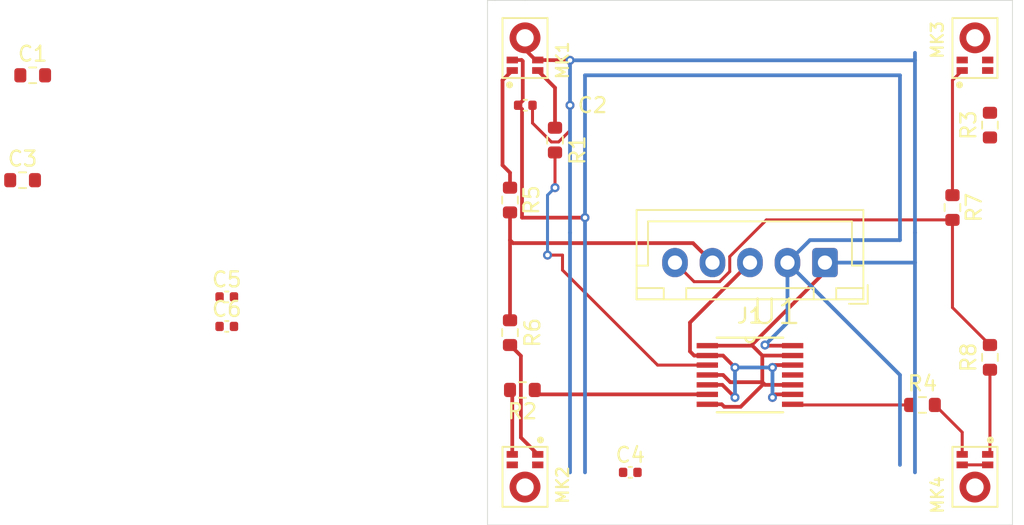
<source format=kicad_pcb>
(kicad_pcb (version 20240108) (generator "pcbnew") (generator_version "8.0")
  (layers (0 "F.Cu" signal) (31 "B.Cu" signal) (34 "B.Paste" user) (35 "F.Paste" user) (36 "B.SilkS" user "B.Silkscreen") (37 "F.SilkS" user "F.Silkscreen") (38 "B.Mask" user) (39 "F.Mask" user) (44 "Edge.Cuts" user))
  (net 0 "")
  (net 1 "Net-(J1-Pin_2)")
  (net 2 "Net-(J1-Pin_1)")
  (net 3 "Net-(J1-Pin_3)")
  (net 4 "Net-(J1-Pin_4)")
  (net 5 "Net-(J1-Pin_5)")
  (net 6 "Net-(MK1-CLK)")
  (net 7 "Net-(MK1-DATA)")
  (net 8 "Net-(MK2-DATA)")
  (net 9 "Net-(MK2-CLK)")
  (net 10 "Net-(MK3-CLK)")
  (net 11 "Net-(MK3-DATA)")
  (net 12 "Net-(MK4-DATA)")
  (net 13 "Net-(MK4-CLK)")
  (net 14 "Net-(U1-O0)")
  (net 15 "Net-(U1-O1)")
  (net 16 "Net-(U1-O2)")
  (net 17 "Net-(U1-O3)")
  (footprint "Resistor_SMD:R_0603_1608Metric" (layer "F.Cu") (at 178.5 61.325 -90)
    (property "Reference" "R7" (at 0 -1.43 90) (layer "F.SilkS"))
    (property "Value" "100 ohms" (hide yes))
    (fp_line (start -0.237258 0.5225) (end 0.237258 0.5225) (stroke (width 0.12)) (layer "F.SilkS"))
    (fp_line (start -0.237258 -0.5225) (end 0.237258 -0.5225) (stroke (width 0.12)) (layer "F.SilkS"))
    (pad "1" smd roundrect (at -0.825 0 270) (size 0.8 0.95) (layers "F.Cu" "F.Paste" "F.Mask") (net 11 "Net-(MK3-DATA)"))
    (pad "2" smd roundrect (at 0.825 0 270) (size 0.8 0.95) (layers "F.Cu" "F.Paste" "F.Mask") (net 5 "Net-(J1-Pin_5)"))
  )
  (footprint "Resistor_SMD:R_0603_1608Metric" (layer "F.Cu") (at 149 60.825 -90)
    (property "Reference" "R5" (at 0 -1.43 90) (layer "F.SilkS"))
    (property "Value" "100 ohms" (hide yes))
    (fp_line (start -0.237258 0.5225) (end 0.237258 0.5225) (stroke (width 0.12)) (layer "F.SilkS"))
    (fp_line (start -0.237258 -0.5225) (end 0.237258 -0.5225) (stroke (width 0.12)) (layer "F.SilkS"))
    (pad "1" smd roundrect (at -0.825 0 270) (size 0.8 0.95) (layers "F.Cu" "F.Paste" "F.Mask") (net 7 "Net-(MK1-DATA)"))
    (pad "2" smd roundrect (at 0.825 0 270) (size 0.8 0.95) (layers "F.Cu" "F.Paste" "F.Mask") (net 4 "Net-(J1-Pin_4)"))
  )
  (footprint "Connector_JST:JST_XH_B5B-XH-A_1x05_P2.50mm_Vertical" (layer "F.Cu") (at 170 65 180)
    (property "Reference" "J1" (at 5 -3.55 0) (layer "F.SilkS"))
    (property "Value" "Conn_01x05_Pin")
    (fp_line (start 12.56 3.51) (end 12.56 -2.46) (stroke (width 0.12)) (layer "F.SilkS"))
    (fp_line (start 12.56 -2.46) (end -2.56 -2.46) (stroke (width 0.12)) (layer "F.SilkS"))
    (fp_line (start 12.55 -0.2) (end 11.8 -0.2) (stroke (width 0.12)) (layer "F.SilkS"))
    (fp_line (start 12.55 -1.7) (end 12.55 -2.45) (stroke (width 0.12)) (layer "F.SilkS"))
    (fp_line (start 12.55 -2.45) (end 10.75 -2.45) (stroke (width 0.12)) (layer "F.SilkS"))
    (fp_line (start 11.8 2.75) (end 5 2.75) (stroke (width 0.12)) (layer "F.SilkS"))
    (fp_line (start 11.8 -0.2) (end 11.8 2.75) (stroke (width 0.12)) (layer "F.SilkS"))
    (fp_line (start 10.75 -1.7) (end 12.55 -1.7) (stroke (width 0.12)) (layer "F.SilkS"))
    (fp_line (start 10.75 -2.45) (end 10.75 -1.7) (stroke (width 0.12)) (layer "F.SilkS"))
    (fp_line (start 9.25 -1.7) (end 9.25 -2.45) (stroke (width 0.12)) (layer "F.SilkS"))
    (fp_line (start 9.25 -2.45) (end 0.75 -2.45) (stroke (width 0.12)) (layer "F.SilkS"))
    (fp_line (start 0.75 -1.7) (end 9.25 -1.7) (stroke (width 0.12)) (layer "F.SilkS"))
    (fp_line (start 0.75 -2.45) (end 0.75 -1.7) (stroke (width 0.12)) (layer "F.SilkS"))
    (fp_line (start -0.75 -1.7) (end -0.75 -2.45) (stroke (width 0.12)) (layer "F.SilkS"))
    (fp_line (start -0.75 -2.45) (end -2.55 -2.45) (stroke (width 0.12)) (layer "F.SilkS"))
    (fp_line (start -1.6 -2.75) (end -2.85 -2.75) (stroke (width 0.12)) (layer "F.SilkS"))
    (fp_line (start -1.8 2.75) (end 5 2.75) (stroke (width 0.12)) (layer "F.SilkS"))
    (fp_line (start -1.8 -0.2) (end -1.8 2.75) (stroke (width 0.12)) (layer "F.SilkS"))
    (fp_line (start -2.55 -0.2) (end -1.8 -0.2) (stroke (width 0.12)) (layer "F.SilkS"))
    (fp_line (start -2.55 -1.7) (end -0.75 -1.7) (stroke (width 0.12)) (layer "F.SilkS"))
    (fp_line (start -2.55 -2.45) (end -2.55 -1.7) (stroke (width 0.12)) (layer "F.SilkS"))
    (fp_line (start -2.56 3.51) (end 12.56 3.51) (stroke (width 0.12)) (layer "F.SilkS"))
    (fp_line (start -2.56 -2.46) (end -2.56 3.51) (stroke (width 0.12)) (layer "F.SilkS"))
    (fp_line (start -2.85 -2.75) (end -2.85 -1.5) (stroke (width 0.12)) (layer "F.SilkS"))
    (pad "1" thru_hole roundrect (at 0 0 180) (size 1.7 1.95) (drill 0.95) (layers "*.Cu" "*.Mask") (roundrect_rratio 0.147059) (net 2 "Net-(J1-Pin_1)"))
    (pad "2" thru_hole oval (at 2.5 0 180) (size 1.7 1.95) (drill 0.95) (layers "*.Cu" "*.Mask") (net 1 "Net-(J1-Pin_2)"))
    (pad "3" thru_hole oval (at 5 0 180) (size 1.7 1.95) (drill 0.95) (layers "*.Cu" "*.Mask") (net 3 "Net-(J1-Pin_3)"))
    (pad "4" thru_hole oval (at 7.5 0 180) (size 1.7 1.95) (drill 0.95) (layers "*.Cu" "*.Mask") (net 4 "Net-(J1-Pin_4)"))
    (pad "5" thru_hole oval (at 10 0 180) (size 1.7 1.95) (drill 0.95) (layers "*.Cu" "*.Mask") (net 5 "Net-(J1-Pin_5)"))
  )
  (footprint "Resistor_SMD:R_0603_1608Metric" (layer "F.Cu") (at 181 55.825 90)
    (property "Reference" "R3" (at 0 -1.43 90) (layer "F.SilkS"))
    (property "Value" "33 ohms")
    (fp_line (start -0.237258 -0.5225) (end 0.237258 -0.5225) (stroke (width 0.12)) (layer "F.SilkS"))
    (fp_line (start -0.237258 0.5225) (end 0.237258 0.5225) (stroke (width 0.12)) (layer "F.SilkS"))
    (pad "1" smd roundrect (at -0.825 0 90) (size 0.8 0.95) (layers "F.Cu" "F.Paste" "F.Mask") (net 16 "Net-(U1-O2)"))
    (pad "2" smd roundrect (at 0.825 0 90) (size 0.8 0.95) (layers "F.Cu" "F.Paste" "F.Mask") (net 10 "Net-(MK3-CLK)"))
  )
  (footprint "Resistor_SMD:R_0603_1608Metric" (layer "F.Cu") (at 181 71.325 90)
    (property "Reference" "R8" (at 0 -1.43 90) (layer "F.SilkS"))
    (property "Value" "100 ohms" (hide yes))
    (fp_line (start -0.237258 -0.5225) (end 0.237258 -0.5225) (stroke (width 0.12)) (layer "F.SilkS"))
    (fp_line (start -0.237258 0.5225) (end 0.237258 0.5225) (stroke (width 0.12)) (layer "F.SilkS"))
    (pad "1" smd roundrect (at -0.825 0 90) (size 0.8 0.95) (layers "F.Cu" "F.Paste" "F.Mask") (net 12 "Net-(MK4-DATA)"))
    (pad "2" smd roundrect (at 0.825 0 90) (size 0.8 0.95) (layers "F.Cu" "F.Paste" "F.Mask") (net 5 "Net-(J1-Pin_5)"))
  )
  (footprint "Resistor_SMD:R_0603_1608Metric" (layer "F.Cu") (at 152 56.825 90)
    (property "Reference" "R1" (at -0.675 1.5 90) (layer "F.SilkS"))
    (property "Value" "33 ohms" (hide yes))
    (fp_line (start -0.237258 -0.5225) (end 0.237258 -0.5225) (stroke (width 0.12)) (layer "F.SilkS"))
    (fp_line (start -0.237258 0.5225) (end 0.237258 0.5225) (stroke (width 0.12)) (layer "F.SilkS"))
    (pad "1" smd roundrect (at -0.825 0 90) (size 0.8 0.95) (layers "F.Cu" "F.Paste" "F.Mask") (net 14 "Net-(U1-O0)"))
    (pad "2" smd roundrect (at 0.825 0 90) (size 0.8 0.95) (layers "F.Cu" "F.Paste" "F.Mask") (net 6 "Net-(MK1-CLK)"))
  )
  (footprint "Capacitor_SMD:C_0402_1005Metric" (layer "F.Cu") (at 150.02 54.5)
    (property "Reference" "C2" (at 4.48 0 0) (layer "F.SilkS"))
    (property "Value" "100nF" (hide yes))
    (fp_line (start -0.107836 -0.36) (end 0.107836 -0.36) (stroke (width 0.12)) (layer "F.SilkS"))
    (fp_line (start -0.107836 0.36) (end 0.107836 0.36) (stroke (width 0.12)) (layer "F.SilkS"))
    (pad "1" smd roundrect (at -0.48 0) (size 0.56 0.62) (layers "F.Cu" "F.Paste" "F.Mask") (net 1 "Net-(J1-Pin_2)"))
    (pad "2" smd roundrect (at 0.48 0) (size 0.56 0.62) (layers "F.Cu" "F.Paste" "F.Mask") (net 2 "Net-(J1-Pin_1)"))
  )
  (footprint "Resistor_SMD:R_0603_1608Metric" (layer "F.Cu") (at 116.5 59.5)
    (property "Reference" "C3" (at 0 -1.43 0) (layer "F.SilkS"))
    (property "Value" "1uF")
    (fp_line (start -0.237258 -0.5225) (end 0.237258 -0.5225) (stroke (width 0.12)) (layer "F.SilkS"))
    (fp_line (start -0.237258 0.5225) (end 0.237258 0.5225) (stroke (width 0.12)) (layer "F.SilkS"))
    (pad "1" smd roundrect (at -0.825 0) (size 0.8 0.95) (layers "F.Cu" "F.Paste" "F.Mask") (net 1 "Net-(J1-Pin_2)"))
    (pad "2" smd roundrect (at 0.825 0) (size 0.8 0.95) (layers "F.Cu" "F.Paste" "F.Mask") (net 2 "Net-(J1-Pin_1)"))
  )
  (footprint "IM69D120V01XTSA1:XDCR_IM69D120V01XTSA1" (layer "F.Cu") (at 180 79.3 -90)
    (property "Reference" "MK4" (at 1.2 2.5 90) (layer "F.SilkS") (effects (font (size 0.8 0.8))))
    (property "Value" "IM69D120V01XTSA1" (hide yes))
    (fp_line (start -2 1.5) (end 2 1.5) (stroke (width 0.127)) (layer "F.SilkS"))
    (fp_line (start 2 1.5) (end 2 -1.5) (stroke (width 0.127)) (layer "F.SilkS"))
    (fp_line (start -2 -1.5) (end -2 1.5) (stroke (width 0.127)) (layer "F.SilkS"))
    (fp_line (start -2 -1.5) (end 2 -1.5) (stroke (width 0.127)) (layer "F.SilkS"))
    (fp_circle (center -2.46 -1.03) (end -2.33 -1.03) (stroke (width 0.2)) (fill none) (layer "F.SilkS"))
    (pad "" np_thru_hole circle (at 0.68 0 270) (size 0.8 0.8) (drill 0.8) (layers "*.Cu" "*.Mask"))
    (pad "1" smd rect (at -1.5 -0.85 270) (size 0.45 0.75) (layers "F.Cu" "F.Mask") (net 12 "Net-(MK4-DATA)"))
    (pad "2" smd rect (at -0.8 -0.85 270) (size 0.45 0.75) (layers "F.Cu" "F.Mask") (net 1 "Net-(J1-Pin_2)"))
    (pad "3" smd rect (at -1.5 0.85 270) (size 0.45 0.75) (layers "F.Cu" "F.Mask") (net 13 "Net-(MK4-CLK)"))
    (pad "4" smd rect (at -0.8 0.85 270) (size 0.45 0.75) (layers "F.Cu" "F.Mask") (net 1 "Net-(J1-Pin_2)"))
    (pad "5" smd custom (at -0.1 0 270) (size 0.2 0.2) (layers "F.Cu") (net 2 "Net-(J1-Pin_1)") (options (clearance outline) (anchor rect)) (primitives (gr_poly (pts (xy 0.7795 -1.03) (xy 0.726 -1.029) (xy 0.672 -1.024) (xy 0.619 -1.017) (xy 0.566 -1.007) (xy 0.513 -0.995) (xy 0.462 -0.98) (xy 0.411 -0.962) (xy 0.361 -0.941) (xy 0.312 -0.918) (xy 0.265 -0.892) (xy 0.219 -0.864) (xy 0.174 -0.833) (xy 0.132 -0.801) (xy 0.091 -0.766) (xy 0.052 -0.728) (xy 0.014 -0.689) (xy -0.021 -0.648) (xy -0.053 -0.606) (xy -0.084 -0.561) (xy -0.112 -0.515) (xy -0.138 -0.468) (xy -0.161 -0.419) (xy -0.182 -0.369) (xy -0.2 -0.318) (xy -0.215 -0.267) (xy -0.227 -0.214) (xy -0.237 -0.161) (xy -0.244 -0.108) (xy -0.249 -0.054) (xy -0.25 0) (xy -0.249 0.054) (xy -0.244 0.108) (xy -0.237 0.161) (xy -0.227 0.214) (xy -0.215 0.267) (xy -0.2 0.318) (xy -0.182 0.369) (xy -0.161 0.419) (xy -0.138 0.468) (xy -0.112 0.515) (xy -0.084 0.561) (xy -0.053 0.605) (xy -0.02 0.648) (xy 0.015 0.689) (xy 0.052 0.728) (xy 0.091 0.765) (xy 0.132 0.8) (xy 0.175 0.833) (xy 0.219 0.864) (xy 0.265 0.892) (xy 0.312 0.918) (xy 0.361 0.941) (xy 0.411 0.962) (xy 0.462 0.98) (xy 0.513 0.995) (xy 0.566 1.007) (xy 0.619 1.017) (xy 0.672 1.024) (xy 0.726 1.029) (xy 0.78 1.03) (xy 0.834 1.029) (xy 0.888 1.024) (xy 0.941 1.017) (xy 0.994 1.007) (xy 1.047 0.995) (xy 1.098 0.98) (xy 1.149 0.962) (xy 1.199 0.941) (xy 1.248 0.918) (xy 1.295 0.892) (xy 1.341 0.864) (xy 1.385 0.833) (xy 1.428 0.8) (xy 1.469 0.765) (xy 1.508 0.728) (xy 1.545 0.689) (xy 1.58 0.648) (xy 1.613 0.605) (xy 1.644 0.561) (xy 1.672 0.515) (xy 1.698 0.468) (xy 1.721 0.419) (xy 1.742 0.369) (xy 1.76 0.318) (xy 1.775 0.267) (xy 1.787 0.214) (xy 1.797 0.161) (xy 1.804 0.108) (xy 1.809 0.054) (xy 1.81 0) (xy 1.809 -0.049) (xy 1.804 -0.103) (xy 1.797 -0.157) (xy 1.787 -0.21) (xy 1.775 -0.263) (xy 1.759 -0.315) (xy 1.741 -0.366) (xy 1.721 -0.416) (xy 1.697 -0.465) (xy 1.671 -0.513) (xy 1.643 -0.559) (xy 1.612 -0.603) (xy 1.579 -0.646) (xy 1.544 -0.688) (xy 1.507 -0.727) (xy 1.468 -0.764) (xy 1.426 -0.799) (xy 1.383 -0.832) (xy 1.339 -0.863) (xy 1.293 -0.891) (xy 1.245 -0.917) (xy 1.196 -0.941) (xy 1.146 -0.961) (xy 1.095 -0.979) (xy 1.043 -0.995) (xy 0.99 -1.007) (xy 0.937 -1.017) (xy 0.883 -1.024) (xy 0.829 -1.029) (xy 0.78 -1.03) (xy 0.78 -0.58) (xy 0.815 -0.579) (xy 0.845 -0.577) (xy 0.875 -0.573) (xy 0.905 -0.567) (xy 0.934 -0.56) (xy 0.963 -0.552) (xy 0.991 -0.542) (xy 1.019 -0.53) (xy 1.046 -0.517) (xy 1.073 -0.503) (xy 1.098 -0.487) (xy 1.123 -0.47) (xy 1.147 -0.452) (xy 1.17 -0.432) (xy 1.192 -0.412) (xy 1.212 -0.39) (xy 1.232 -0.367) (xy 1.25 -0.343) (xy 1.267 -0.318) (xy 1.283 -0.293) (xy 1.297 -0.266) (xy 1.31 -0.239) (xy 1.322 -0.211) (xy 1.332 -0.183) (xy 1.34 -0.154) (xy 1.347 -0.125) (xy 1.353 -0.095) (xy 1.357 -0.065) (xy 1.359 -0.035) (xy 1.36 -0.01) (xy 1.36 0) (xy 1.359 0.03) (xy 1.357 0.061) (xy 1.353 0.091) (xy 1.347 0.121) (xy 1.34 0.15) (xy 1.332 0.179) (xy 1.321 0.208) (xy 1.31 0.236) (xy 1.297 0.263) (xy 1.282 0.29) (xy 1.266 0.316) (xy 1.249 0.341) (xy 1.231 0.365) (xy 1.211 0.388) (xy 1.19 0.41) (xy 1.168 0.431) (xy 1.145 0.451) (xy 1.121 0.469) (xy 1.096 0.486) (xy 1.07 0.502) (xy 1.043 0.517) (xy 1.016 0.53) (xy 0.988 0.541) (xy 0.959 0.552) (xy 0.93 0.56) (xy 0.901 0.567) (xy 0.871 0.573) (xy 0.841 0.577) (xy 0.81 0.579) (xy 0.78 0.58) (xy 0.75 0.579) (xy 0.719 0.577) (xy 0.689 0.573) (xy 0.659 0.567) (xy 0.63 0.56) (xy 0.601 0.552) (xy 0.572 0.541) (xy 0.544 0.53) (xy 0.517 0.517) (xy 0.49 0.502) (xy 0.464 0.486) (xy 0.439 0.469) (xy 0.415 0.451) (xy 0.392 0.431) (xy 0.37 0.41) (xy 0.349 0.388) (xy 0.329 0.365) (xy 0.311 0.341) (xy 0.294 0.316) (xy 0.278 0.29) (xy 0.263 0.263) (xy 0.25 0.236) (xy 0.239 0.208) (xy 0.228 0.179) (xy 0.22 0.15) (xy 0.213 0.121) (xy 0.207 0.091) (xy 0.203 0.061) (xy 0.201 0.03) (xy 0.2 0) (xy 0.201 -0.031) (xy 0.203 -0.061) (xy 0.207 -0.091) (xy 0.213 -0.121) (xy 0.22 -0.15) (xy 0.228 -0.179) (xy 0.239 -0.208) (xy 0.25 -0.236) (xy 0.263 -0.263) (xy 0.278 -0.29) (xy 0.294 -0.316) (xy 0.311 -0.341) (xy 0.329 -0.365) (xy 0.349 -0.388) (xy 0.37 -0.41) (xy 0.392 -0.431) (xy 0.415 -0.451) (xy 0.439 -0.469) (xy 0.464 -0.486) (xy 0.49 -0.502) (xy 0.517 -0.517) (xy 0.544 -0.53) (xy 0.572 -0.541) (xy 0.601 -0.552) (xy 0.63 -0.56) (xy 0.659 -0.567) (xy 0.689 -0.573) (xy 0.719 -0.577) (xy 0.749 -0.579) (xy 0.779 -0.58) (xy 0.779 -1.03) (xy 0.7795 -1.03)) (width 0.001) (fill yes))))
  )
  (footprint "Capacitor_SMD:C_0402_1005Metric" (layer "F.Cu") (at 130.115 69.26)
    (property "Reference" "C6" (at 0 -1.16 0) (layer "F.SilkS"))
    (property "Value" "100nF")
    (fp_line (start -0.107836 -0.36) (end 0.107836 -0.36) (stroke (width 0.12)) (layer "F.SilkS"))
    (fp_line (start -0.107836 0.36) (end 0.107836 0.36) (stroke (width 0.12)) (layer "F.SilkS"))
    (pad "1" smd roundrect (at -0.48 0) (size 0.56 0.62) (layers "F.Cu" "F.Paste" "F.Mask") (net 1 "Net-(J1-Pin_2)"))
    (pad "2" smd roundrect (at 0.48 0) (size 0.56 0.62) (layers "F.Cu" "F.Paste" "F.Mask") (net 2 "Net-(J1-Pin_1)"))
  )
  (footprint "IM69D120V01XTSA1:XDCR_IM69D120V01XTSA1" (layer "F.Cu") (at 150 79.3 -90)
    (property "Reference" "MK2" (at 0.54 -2.508 90) (layer "F.SilkS") (effects (font (size 0.8 0.8))))
    (property "Value" "IM69D120V01XTSA1" (hide yes))
    (fp_line (start -2 1.5) (end 2 1.5) (stroke (width 0.127)) (layer "F.SilkS"))
    (fp_line (start 2 1.5) (end 2 -1.5) (stroke (width 0.127)) (layer "F.SilkS"))
    (fp_line (start -2 -1.5) (end -2 1.5) (stroke (width 0.127)) (layer "F.SilkS"))
    (fp_line (start -2 -1.5) (end 2 -1.5) (stroke (width 0.127)) (layer "F.SilkS"))
    (fp_circle (center -2.46 -1.03) (end -2.33 -1.03) (stroke (width 0.2)) (fill none) (layer "F.SilkS"))
    (pad "" np_thru_hole circle (at 0.68 0 270) (size 0.8 0.8) (drill 0.8) (layers "*.Cu" "*.Mask"))
    (pad "1" smd rect (at -1.5 -0.85 270) (size 0.45 0.75) (layers "F.Cu" "F.Mask") (net 8 "Net-(MK2-DATA)"))
    (pad "2" smd rect (at -0.8 -0.85 270) (size 0.45 0.75) (layers "F.Cu" "F.Mask") (net 1 "Net-(J1-Pin_2)"))
    (pad "3" smd rect (at -1.5 0.85 270) (size 0.45 0.75) (layers "F.Cu" "F.Mask") (net 9 "Net-(MK2-CLK)"))
    (pad "4" smd rect (at -0.8 0.85 270) (size 0.45 0.75) (layers "F.Cu" "F.Mask") (net 1 "Net-(J1-Pin_2)"))
    (pad "5" smd custom (at -0.1 0 270) (size 0.2 0.2) (layers "F.Cu") (net 2 "Net-(J1-Pin_1)") (options (clearance outline) (anchor rect)) (primitives (gr_poly (pts (xy 0.7795 -1.03) (xy 0.726 -1.029) (xy 0.672 -1.024) (xy 0.619 -1.017) (xy 0.566 -1.007) (xy 0.513 -0.995) (xy 0.462 -0.98) (xy 0.411 -0.962) (xy 0.361 -0.941) (xy 0.312 -0.918) (xy 0.265 -0.892) (xy 0.219 -0.864) (xy 0.174 -0.833) (xy 0.132 -0.801) (xy 0.091 -0.766) (xy 0.052 -0.728) (xy 0.014 -0.689) (xy -0.021 -0.648) (xy -0.053 -0.606) (xy -0.084 -0.561) (xy -0.112 -0.515) (xy -0.138 -0.468) (xy -0.161 -0.419) (xy -0.182 -0.369) (xy -0.2 -0.318) (xy -0.215 -0.267) (xy -0.227 -0.214) (xy -0.237 -0.161) (xy -0.244 -0.108) (xy -0.249 -0.054) (xy -0.25 0) (xy -0.249 0.054) (xy -0.244 0.108) (xy -0.237 0.161) (xy -0.227 0.214) (xy -0.215 0.267) (xy -0.2 0.318) (xy -0.182 0.369) (xy -0.161 0.419) (xy -0.138 0.468) (xy -0.112 0.515) (xy -0.084 0.561) (xy -0.053 0.605) (xy -0.02 0.648) (xy 0.015 0.689) (xy 0.052 0.728) (xy 0.091 0.765) (xy 0.132 0.8) (xy 0.175 0.833) (xy 0.219 0.864) (xy 0.265 0.892) (xy 0.312 0.918) (xy 0.361 0.941) (xy 0.411 0.962) (xy 0.462 0.98) (xy 0.513 0.995) (xy 0.566 1.007) (xy 0.619 1.017) (xy 0.672 1.024) (xy 0.726 1.029) (xy 0.78 1.03) (xy 0.834 1.029) (xy 0.888 1.024) (xy 0.941 1.017) (xy 0.994 1.007) (xy 1.047 0.995) (xy 1.098 0.98) (xy 1.149 0.962) (xy 1.199 0.941) (xy 1.248 0.918) (xy 1.295 0.892) (xy 1.341 0.864) (xy 1.385 0.833) (xy 1.428 0.8) (xy 1.469 0.765) (xy 1.508 0.728) (xy 1.545 0.689) (xy 1.58 0.648) (xy 1.613 0.605) (xy 1.644 0.561) (xy 1.672 0.515) (xy 1.698 0.468) (xy 1.721 0.419) (xy 1.742 0.369) (xy 1.76 0.318) (xy 1.775 0.267) (xy 1.787 0.214) (xy 1.797 0.161) (xy 1.804 0.108) (xy 1.809 0.054) (xy 1.81 0) (xy 1.809 -0.049) (xy 1.804 -0.103) (xy 1.797 -0.157) (xy 1.787 -0.21) (xy 1.775 -0.263) (xy 1.759 -0.315) (xy 1.741 -0.366) (xy 1.721 -0.416) (xy 1.697 -0.465) (xy 1.671 -0.513) (xy 1.643 -0.559) (xy 1.612 -0.603) (xy 1.579 -0.646) (xy 1.544 -0.688) (xy 1.507 -0.727) (xy 1.468 -0.764) (xy 1.426 -0.799) (xy 1.383 -0.832) (xy 1.339 -0.863) (xy 1.293 -0.891) (xy 1.245 -0.917) (xy 1.196 -0.941) (xy 1.146 -0.961) (xy 1.095 -0.979) (xy 1.043 -0.995) (xy 0.99 -1.007) (xy 0.937 -1.017) (xy 0.883 -1.024) (xy 0.829 -1.029) (xy 0.78 -1.03) (xy 0.78 -0.58) (xy 0.815 -0.579) (xy 0.845 -0.577) (xy 0.875 -0.573) (xy 0.905 -0.567) (xy 0.934 -0.56) (xy 0.963 -0.552) (xy 0.991 -0.542) (xy 1.019 -0.53) (xy 1.046 -0.517) (xy 1.073 -0.503) (xy 1.098 -0.487) (xy 1.123 -0.47) (xy 1.147 -0.452) (xy 1.17 -0.432) (xy 1.192 -0.412) (xy 1.212 -0.39) (xy 1.232 -0.367) (xy 1.25 -0.343) (xy 1.267 -0.318) (xy 1.283 -0.293) (xy 1.297 -0.266) (xy 1.31 -0.239) (xy 1.322 -0.211) (xy 1.332 -0.183) (xy 1.34 -0.154) (xy 1.347 -0.125) (xy 1.353 -0.095) (xy 1.357 -0.065) (xy 1.359 -0.035) (xy 1.36 -0.01) (xy 1.36 0) (xy 1.359 0.03) (xy 1.357 0.061) (xy 1.353 0.091) (xy 1.347 0.121) (xy 1.34 0.15) (xy 1.332 0.179) (xy 1.321 0.208) (xy 1.31 0.236) (xy 1.297 0.263) (xy 1.282 0.29) (xy 1.266 0.316) (xy 1.249 0.341) (xy 1.231 0.365) (xy 1.211 0.388) (xy 1.19 0.41) (xy 1.168 0.431) (xy 1.145 0.451) (xy 1.121 0.469) (xy 1.096 0.486) (xy 1.07 0.502) (xy 1.043 0.517) (xy 1.016 0.53) (xy 0.988 0.541) (xy 0.959 0.552) (xy 0.93 0.56) (xy 0.901 0.567) (xy 0.871 0.573) (xy 0.841 0.577) (xy 0.81 0.579) (xy 0.78 0.58) (xy 0.75 0.579) (xy 0.719 0.577) (xy 0.689 0.573) (xy 0.659 0.567) (xy 0.63 0.56) (xy 0.601 0.552) (xy 0.572 0.541) (xy 0.544 0.53) (xy 0.517 0.517) (xy 0.49 0.502) (xy 0.464 0.486) (xy 0.439 0.469) (xy 0.415 0.451) (xy 0.392 0.431) (xy 0.37 0.41) (xy 0.349 0.388) (xy 0.329 0.365) (xy 0.311 0.341) (xy 0.294 0.316) (xy 0.278 0.29) (xy 0.263 0.263) (xy 0.25 0.236) (xy 0.239 0.208) (xy 0.228 0.179) (xy 0.22 0.15) (xy 0.213 0.121) (xy 0.207 0.091) (xy 0.203 0.061) (xy 0.201 0.03) (xy 0.2 0) (xy 0.201 -0.031) (xy 0.203 -0.061) (xy 0.207 -0.091) (xy 0.213 -0.121) (xy 0.22 -0.15) (xy 0.228 -0.179) (xy 0.239 -0.208) (xy 0.25 -0.236) (xy 0.263 -0.263) (xy 0.278 -0.29) (xy 0.294 -0.316) (xy 0.311 -0.341) (xy 0.329 -0.365) (xy 0.349 -0.388) (xy 0.37 -0.41) (xy 0.392 -0.431) (xy 0.415 -0.451) (xy 0.439 -0.469) (xy 0.464 -0.486) (xy 0.49 -0.502) (xy 0.517 -0.517) (xy 0.544 -0.53) (xy 0.572 -0.541) (xy 0.601 -0.552) (xy 0.63 -0.56) (xy 0.659 -0.567) (xy 0.689 -0.573) (xy 0.719 -0.577) (xy 0.749 -0.579) (xy 0.779 -0.58) (xy 0.779 -1.03) (xy 0.7795 -1.03)) (width 0.001) (fill yes))))
  )
  (footprint "IM69D120V01XTSA1:XDCR_IM69D120V01XTSA1" (layer "F.Cu") (at 180 50.68 90)
    (property "Reference" "MK3" (at 0.54 -2.508 90) (layer "F.SilkS") (effects (font (size 0.8 0.8))))
    (property "Value" "IM69D120V01XTSA1" (hide yes))
    (fp_line (start -2 -1.5) (end 2 -1.5) (stroke (width 0.127)) (layer "F.SilkS"))
    (fp_line (start -2 -1.5) (end -2 1.5) (stroke (width 0.127)) (layer "F.SilkS"))
    (fp_line (start 2 1.5) (end 2 -1.5) (stroke (width 0.127)) (layer "F.SilkS"))
    (fp_line (start -2 1.5) (end 2 1.5) (stroke (width 0.127)) (layer "F.SilkS"))
    (fp_circle (center -2.46 -1.03) (end -2.33 -1.03) (stroke (width 0.2)) (fill none) (layer "F.SilkS"))
    (pad "" np_thru_hole circle (at 0.68 0 90) (size 0.8 0.8) (drill 0.8) (layers "*.Cu" "*.Mask"))
    (pad "1" smd rect (at -1.5 -0.85 90) (size 0.45 0.75) (layers "F.Cu" "F.Mask") (net 11 "Net-(MK3-DATA)"))
    (pad "2" smd rect (at -0.8 -0.85 90) (size 0.45 0.75) (layers "F.Cu" "F.Mask") (net 1 "Net-(J1-Pin_2)"))
    (pad "3" smd rect (at -1.5 0.85 90) (size 0.45 0.75) (layers "F.Cu" "F.Mask") (net 10 "Net-(MK3-CLK)"))
    (pad "4" smd rect (at -0.8 0.85 90) (size 0.45 0.75) (layers "F.Cu" "F.Mask") (net 2 "Net-(J1-Pin_1)"))
    (pad "5" smd custom (at -0.1 0 90) (size 0.2 0.2) (layers "F.Cu") (net 2 "Net-(J1-Pin_1)") (options (clearance outline) (anchor rect)) (primitives (gr_poly (pts (xy 0.7795 -1.03) (xy 0.726 -1.029) (xy 0.672 -1.024) (xy 0.619 -1.017) (xy 0.566 -1.007) (xy 0.513 -0.995) (xy 0.462 -0.98) (xy 0.411 -0.962) (xy 0.361 -0.941) (xy 0.312 -0.918) (xy 0.265 -0.892) (xy 0.219 -0.864) (xy 0.174 -0.833) (xy 0.132 -0.801) (xy 0.091 -0.766) (xy 0.052 -0.728) (xy 0.014 -0.689) (xy -0.021 -0.648) (xy -0.053 -0.606) (xy -0.084 -0.561) (xy -0.112 -0.515) (xy -0.138 -0.468) (xy -0.161 -0.419) (xy -0.182 -0.369) (xy -0.2 -0.318) (xy -0.215 -0.267) (xy -0.227 -0.214) (xy -0.237 -0.161) (xy -0.244 -0.108) (xy -0.249 -0.054) (xy -0.25 0) (xy -0.249 0.054) (xy -0.244 0.108) (xy -0.237 0.161) (xy -0.227 0.214) (xy -0.215 0.267) (xy -0.2 0.318) (xy -0.182 0.369) (xy -0.161 0.419) (xy -0.138 0.468) (xy -0.112 0.515) (xy -0.084 0.561) (xy -0.053 0.605) (xy -0.02 0.648) (xy 0.015 0.689) (xy 0.052 0.728) (xy 0.091 0.765) (xy 0.132 0.8) (xy 0.175 0.833) (xy 0.219 0.864) (xy 0.265 0.892) (xy 0.312 0.918) (xy 0.361 0.941) (xy 0.411 0.962) (xy 0.462 0.98) (xy 0.513 0.995) (xy 0.566 1.007) (xy 0.619 1.017) (xy 0.672 1.024) (xy 0.726 1.029) (xy 0.78 1.03) (xy 0.834 1.029) (xy 0.888 1.024) (xy 0.941 1.017) (xy 0.994 1.007) (xy 1.047 0.995) (xy 1.098 0.98) (xy 1.149 0.962) (xy 1.199 0.941) (xy 1.248 0.918) (xy 1.295 0.892) (xy 1.341 0.864) (xy 1.385 0.833) (xy 1.428 0.8) (xy 1.469 0.765) (xy 1.508 0.728) (xy 1.545 0.689) (xy 1.58 0.648) (xy 1.613 0.605) (xy 1.644 0.561) (xy 1.672 0.515) (xy 1.698 0.468) (xy 1.721 0.419) (xy 1.742 0.369) (xy 1.76 0.318) (xy 1.775 0.267) (xy 1.787 0.214) (xy 1.797 0.161) (xy 1.804 0.108) (xy 1.809 0.054) (xy 1.81 0) (xy 1.809 -0.049) (xy 1.804 -0.103) (xy 1.797 -0.157) (xy 1.787 -0.21) (xy 1.775 -0.263) (xy 1.759 -0.315) (xy 1.741 -0.366) (xy 1.721 -0.416) (xy 1.697 -0.465) (xy 1.671 -0.513) (xy 1.643 -0.559) (xy 1.612 -0.603) (xy 1.579 -0.646) (xy 1.544 -0.688) (xy 1.507 -0.727) (xy 1.468 -0.764) (xy 1.426 -0.799) (xy 1.383 -0.832) (xy 1.339 -0.863) (xy 1.293 -0.891) (xy 1.245 -0.917) (xy 1.196 -0.941) (xy 1.146 -0.961) (xy 1.095 -0.979) (xy 1.043 -0.995) (xy 0.99 -1.007) (xy 0.937 -1.017) (xy 0.883 -1.024) (xy 0.829 -1.029) (xy 0.78 -1.03) (xy 0.78 -0.58) (xy 0.815 -0.579) (xy 0.845 -0.577) (xy 0.875 -0.573) (xy 0.905 -0.567) (xy 0.934 -0.56) (xy 0.963 -0.552) (xy 0.991 -0.542) (xy 1.019 -0.53) (xy 1.046 -0.517) (xy 1.073 -0.503) (xy 1.098 -0.487) (xy 1.123 -0.47) (xy 1.147 -0.452) (xy 1.17 -0.432) (xy 1.192 -0.412) (xy 1.212 -0.39) (xy 1.232 -0.367) (xy 1.25 -0.343) (xy 1.267 -0.318) (xy 1.283 -0.293) (xy 1.297 -0.266) (xy 1.31 -0.239) (xy 1.322 -0.211) (xy 1.332 -0.183) (xy 1.34 -0.154) (xy 1.347 -0.125) (xy 1.353 -0.095) (xy 1.357 -0.065) (xy 1.359 -0.035) (xy 1.36 -0.01) (xy 1.36 0) (xy 1.359 0.03) (xy 1.357 0.061) (xy 1.353 0.091) (xy 1.347 0.121) (xy 1.34 0.15) (xy 1.332 0.179) (xy 1.321 0.208) (xy 1.31 0.236) (xy 1.297 0.263) (xy 1.282 0.29) (xy 1.266 0.316) (xy 1.249 0.341) (xy 1.231 0.365) (xy 1.211 0.388) (xy 1.19 0.41) (xy 1.168 0.431) (xy 1.145 0.451) (xy 1.121 0.469) (xy 1.096 0.486) (xy 1.07 0.502) (xy 1.043 0.517) (xy 1.016 0.53) (xy 0.988 0.541) (xy 0.959 0.552) (xy 0.93 0.56) (xy 0.901 0.567) (xy 0.871 0.573) (xy 0.841 0.577) (xy 0.81 0.579) (xy 0.78 0.58) (xy 0.75 0.579) (xy 0.719 0.577) (xy 0.689 0.573) (xy 0.659 0.567) (xy 0.63 0.56) (xy 0.601 0.552) (xy 0.572 0.541) (xy 0.544 0.53) (xy 0.517 0.517) (xy 0.49 0.502) (xy 0.464 0.486) (xy 0.439 0.469) (xy 0.415 0.451) (xy 0.392 0.431) (xy 0.37 0.41) (xy 0.349 0.388) (xy 0.329 0.365) (xy 0.311 0.341) (xy 0.294 0.316) (xy 0.278 0.29) (xy 0.263 0.263) (xy 0.25 0.236) (xy 0.239 0.208) (xy 0.228 0.179) (xy 0.22 0.15) (xy 0.213 0.121) (xy 0.207 0.091) (xy 0.203 0.061) (xy 0.201 0.03) (xy 0.2 0) (xy 0.201 -0.031) (xy 0.203 -0.061) (xy 0.207 -0.091) (xy 0.213 -0.121) (xy 0.22 -0.15) (xy 0.228 -0.179) (xy 0.239 -0.208) (xy 0.25 -0.236) (xy 0.263 -0.263) (xy 0.278 -0.29) (xy 0.294 -0.316) (xy 0.311 -0.341) (xy 0.329 -0.365) (xy 0.349 -0.388) (xy 0.37 -0.41) (xy 0.392 -0.431) (xy 0.415 -0.451) (xy 0.439 -0.469) (xy 0.464 -0.486) (xy 0.49 -0.502) (xy 0.517 -0.517) (xy 0.544 -0.53) (xy 0.572 -0.541) (xy 0.601 -0.552) (xy 0.63 -0.56) (xy 0.659 -0.567) (xy 0.689 -0.573) (xy 0.719 -0.577) (xy 0.749 -0.579) (xy 0.779 -0.58) (xy 0.779 -1.03) (xy 0.7795 -1.03)) (width 0.001) (fill yes))))
  )
  (footprint "Capacitor_SMD:C_0402_1005Metric" (layer "F.Cu") (at 130.115 67.29)
    (property "Reference" "C5" (at 0 -1.16 0) (layer "F.SilkS"))
    (property "Value" "100nF")
    (fp_line (start -0.107836 -0.36) (end 0.107836 -0.36) (stroke (width 0.12)) (layer "F.SilkS"))
    (fp_line (start -0.107836 0.36) (end 0.107836 0.36) (stroke (width 0.12)) (layer "F.SilkS"))
    (pad "1" smd roundrect (at -0.48 0) (size 0.56 0.62) (layers "F.Cu" "F.Paste" "F.Mask") (net 1 "Net-(J1-Pin_2)"))
    (pad "2" smd roundrect (at 0.48 0) (size 0.56 0.62) (layers "F.Cu" "F.Paste" "F.Mask") (net 2 "Net-(J1-Pin_1)"))
  )
  (footprint "74LCX125MTCX:SOP65P640X120-14N" (layer "F.Cu") (at 165 72.5)
    (property "Reference" "U1" (at 1.754595 -4.221195 0) (layer "F.SilkS") (effects (font (size 1.641866 1.641866))))
    (property "Value" "74LCX125MTCX" (hide yes))
    (fp_line (start -2.2098 2.4892) (end 2.2098 2.4892) (stroke (width 0.1524)) (layer "F.SilkS"))
    (fp_line (start -0.3048 -2.4892) (end -2.2098 -2.4892) (stroke (width 0.1524)) (layer "F.SilkS"))
    (fp_line (start 0.3048 -2.4892) (end -0.3048 -2.4892) (stroke (width 0.1524)) (layer "F.SilkS"))
    (fp_line (start 2.2098 -2.4892) (end 0.3048 -2.4892) (stroke (width 0.1524)) (layer "F.SilkS"))
    (fp_arc (start 0.3048 -2.4892) (mid 0 -2.1844) (end -0.3048 -2.4892) (stroke (width 0.1524)) (layer "F.SilkS"))
    (pad "1" smd rect (at -2.8448 -1.9558) (size 1.4224 0.3556) (layers "F.Cu" "F.Paste" "F.Mask") (net 2 "Net-(J1-Pin_1)"))
    (pad "2" smd rect (at -2.8448 -1.2954) (size 1.4224 0.3556) (layers "F.Cu" "F.Paste" "F.Mask") (net 3 "Net-(J1-Pin_3)"))
    (pad "3" smd rect (at -2.8448 -0.6604) (size 1.4224 0.3556) (layers "F.Cu" "F.Paste" "F.Mask") (net 14 "Net-(U1-O0)"))
    (pad "4" smd rect (at -2.8448 0) (size 1.4224 0.3556) (layers "F.Cu" "F.Paste" "F.Mask") (net 2 "Net-(J1-Pin_1)"))
    (pad "5" smd rect (at -2.8448 0.6604) (size 1.4224 0.3556) (layers "F.Cu" "F.Paste" "F.Mask") (net 3 "Net-(J1-Pin_3)"))
    (pad "6" smd rect (at -2.8448 1.2954) (size 1.4224 0.3556) (layers "F.Cu" "F.Paste" "F.Mask") (net 15 "Net-(U1-O1)"))
    (pad "7" smd rect (at -2.8448 1.9558) (size 1.4224 0.3556) (layers "F.Cu" "F.Paste" "F.Mask") (net 2 "Net-(J1-Pin_1)"))
    (pad "8" smd rect (at 2.8448 1.9558) (size 1.4224 0.3556) (layers "F.Cu" "F.Paste" "F.Mask") (net 17 "Net-(U1-O3)"))
    (pad "9" smd rect (at 2.8448 1.2954) (size 1.4224 0.3556) (layers "F.Cu" "F.Paste" "F.Mask") (net 3 "Net-(J1-Pin_3)"))
    (pad "10" smd rect (at 2.8448 0.6604) (size 1.4224 0.3556) (layers "F.Cu" "F.Paste" "F.Mask") (net 2 "Net-(J1-Pin_1)"))
    (pad "11" smd rect (at 2.8448 0) (size 1.4224 0.3556) (layers "F.Cu" "F.Paste" "F.Mask") (net 16 "Net-(U1-O2)"))
    (pad "12" smd rect (at 2.8448 -0.6604) (size 1.4224 0.3556) (layers "F.Cu" "F.Paste" "F.Mask") (net 3 "Net-(J1-Pin_3)"))
    (pad "13" smd rect (at 2.8448 -1.2954) (size 1.4224 0.3556) (layers "F.Cu" "F.Paste" "F.Mask") (net 2 "Net-(J1-Pin_1)"))
    (pad "14" smd rect (at 2.8448 -1.9558) (size 1.4224 0.3556) (layers "F.Cu" "F.Paste" "F.Mask") (net 1 "Net-(J1-Pin_2)"))
  )
  (footprint "Resistor_SMD:R_0603_1608Metric" (layer "F.Cu") (at 149 69.675 90)
    (property "Reference" "R6" (at 0 1.5 90) (layer "F.SilkS"))
    (property "Value" "100 ohms" (hide yes))
    (fp_line (start -0.237258 -0.5225) (end 0.237258 -0.5225) (stroke (width 0.12)) (layer "F.SilkS"))
    (fp_line (start -0.237258 0.5225) (end 0.237258 0.5225) (stroke (width 0.12)) (layer "F.SilkS"))
    (pad "1" smd roundrect (at -0.825 0 90) (size 0.8 0.95) (layers "F.Cu" "F.Paste" "F.Mask") (net 8 "Net-(MK2-DATA)"))
    (pad "2" smd roundrect (at 0.825 0 90) (size 0.8 0.95) (layers "F.Cu" "F.Paste" "F.Mask") (net 4 "Net-(J1-Pin_4)"))
  )
  (footprint "Resistor_SMD:R_0603_1608Metric" (layer "F.Cu") (at 149.825 73.5 180)
    (property "Reference" "R2" (at 0 -1.43 0) (layer "F.SilkS"))
    (property "Value" "33 ohms" (hide yes))
    (fp_line (start -0.237258 0.5225) (end 0.237258 0.5225) (stroke (width 0.12)) (layer "F.SilkS"))
    (fp_line (start -0.237258 -0.5225) (end 0.237258 -0.5225) (stroke (width 0.12)) (layer "F.SilkS"))
    (pad "1" smd roundrect (at -0.825 0 180) (size 0.8 0.95) (layers "F.Cu" "F.Paste" "F.Mask") (net 15 "Net-(U1-O1)"))
    (pad "2" smd roundrect (at 0.825 0 180) (size 0.8 0.95) (layers "F.Cu" "F.Paste" "F.Mask") (net 9 "Net-(MK2-CLK)"))
  )
  (footprint "Resistor_SMD:R_0603_1608Metric" (layer "F.Cu") (at 117.175 52.5)
    (property "Reference" "C1" (at 0 -1.43 0) (layer "F.SilkS"))
    (property "Value" "1uF")
    (fp_line (start -0.237258 -0.5225) (end 0.237258 -0.5225) (stroke (width 0.12)) (layer "F.SilkS"))
    (fp_line (start -0.237258 0.5225) (end 0.237258 0.5225) (stroke (width 0.12)) (layer "F.SilkS"))
    (pad "1" smd roundrect (at -0.825 0) (size 0.8 0.95) (layers "F.Cu" "F.Paste" "F.Mask") (net 2 "Net-(J1-Pin_1)"))
    (pad "2" smd roundrect (at 0.825 0) (size 0.8 0.95) (layers "F.Cu" "F.Paste" "F.Mask") (net 1 "Net-(J1-Pin_2)"))
  )
  (footprint "Capacitor_SMD:C_0402_1005Metric" (layer "F.Cu") (at 157.02 79)
    (property "Reference" "C4" (at 0 -1.16 0) (layer "F.SilkS"))
    (property "Value" "100nF" (hide yes))
    (fp_line (start -0.107836 -0.36) (end 0.107836 -0.36) (stroke (width 0.12)) (layer "F.SilkS"))
    (fp_line (start -0.107836 0.36) (end 0.107836 0.36) (stroke (width 0.12)) (layer "F.SilkS"))
    (pad "1" smd roundrect (at -0.48 0) (size 0.56 0.62) (layers "F.Cu" "F.Paste" "F.Mask") (net 1 "Net-(J1-Pin_2)"))
    (pad "2" smd roundrect (at 0.48 0) (size 0.56 0.62) (layers "F.Cu" "F.Paste" "F.Mask") (net 2 "Net-(J1-Pin_1)"))
  )
  (footprint "Resistor_SMD:R_0603_1608Metric" (layer "F.Cu") (at 176.5 74.5)
    (property "Reference" "R4" (at 0 -1.43 0) (layer "F.SilkS"))
    (property "Value" "33 ohms")
    (fp_line (start -0.237258 -0.5225) (end 0.237258 -0.5225) (stroke (width 0.12)) (layer "F.SilkS"))
    (fp_line (start -0.237258 0.5225) (end 0.237258 0.5225) (stroke (width 0.12)) (layer "F.SilkS"))
    (pad "1" smd roundrect (at -0.825 0) (size 0.8 0.95) (layers "F.Cu" "F.Paste" "F.Mask") (net 17 "Net-(U1-O3)"))
    (pad "2" smd roundrect (at 0.825 0) (size 0.8 0.95) (layers "F.Cu" "F.Paste" "F.Mask") (net 13 "Net-(MK4-CLK)"))
  )
  (footprint "IM69D120V01XTSA1:XDCR_IM69D120V01XTSA1" (layer "F.Cu") (at 150 50.68 90)
    (property "Reference" "MK1" (at -0.82 2.5 90) (layer "F.SilkS") (effects (font (size 0.8 0.8))))
    (property "Value" "IM69D120V01XTSA1" (hide yes))
    (fp_line (start -2 -1.5) (end 2 -1.5) (stroke (width 0.127)) (layer "F.SilkS"))
    (fp_line (start -2 -1.5) (end -2 1.5) (stroke (width 0.127)) (layer "F.SilkS"))
    (fp_line (start 2 1.5) (end 2 -1.5) (stroke (width 0.127)) (layer "F.SilkS"))
    (fp_line (start -2 1.5) (end 2 1.5) (stroke (width 0.127)) (layer "F.SilkS"))
    (fp_circle (center -2.46 -1.03) (end -2.33 -1.03) (stroke (width 0.2)) (fill none) (layer "F.SilkS"))
    (pad "" np_thru_hole circle (at 0.68 0 90) (size 0.8 0.8) (drill 0.8) (layers "*.Cu" "*.Mask"))
    (pad "1" smd rect (at -1.5 -0.85 90) (size 0.45 0.75) (layers "F.Cu" "F.Mask") (net 7 "Net-(MK1-DATA)"))
    (pad "2" smd rect (at -0.8 -0.85 90) (size 0.45 0.75) (layers "F.Cu" "F.Mask") (net 1 "Net-(J1-Pin_2)"))
    (pad "3" smd rect (at -1.5 0.85 90) (size 0.45 0.75) (layers "F.Cu" "F.Mask") (net 6 "Net-(MK1-CLK)"))
    (pad "4" smd rect (at -0.8 0.85 90) (size 0.45 0.75) (layers "F.Cu" "F.Mask") (net 2 "Net-(J1-Pin_1)"))
    (pad "5" smd custom (at -0.1 0 90) (size 0.2 0.2) (layers "F.Cu") (net 2 "Net-(J1-Pin_1)") (options (clearance outline) (anchor rect)) (primitives (gr_poly (pts (xy 0.7795 -1.03) (xy 0.726 -1.029) (xy 0.672 -1.024) (xy 0.619 -1.017) (xy 0.566 -1.007) (xy 0.513 -0.995) (xy 0.462 -0.98) (xy 0.411 -0.962) (xy 0.361 -0.941) (xy 0.312 -0.918) (xy 0.265 -0.892) (xy 0.219 -0.864) (xy 0.174 -0.833) (xy 0.132 -0.801) (xy 0.091 -0.766) (xy 0.052 -0.728) (xy 0.014 -0.689) (xy -0.021 -0.648) (xy -0.053 -0.606) (xy -0.084 -0.561) (xy -0.112 -0.515) (xy -0.138 -0.468) (xy -0.161 -0.419) (xy -0.182 -0.369) (xy -0.2 -0.318) (xy -0.215 -0.267) (xy -0.227 -0.214) (xy -0.237 -0.161) (xy -0.244 -0.108) (xy -0.249 -0.054) (xy -0.25 0) (xy -0.249 0.054) (xy -0.244 0.108) (xy -0.237 0.161) (xy -0.227 0.214) (xy -0.215 0.267) (xy -0.2 0.318) (xy -0.182 0.369) (xy -0.161 0.419) (xy -0.138 0.468) (xy -0.112 0.515) (xy -0.084 0.561) (xy -0.053 0.605) (xy -0.02 0.648) (xy 0.015 0.689) (xy 0.052 0.728) (xy 0.091 0.765) (xy 0.132 0.8) (xy 0.175 0.833) (xy 0.219 0.864) (xy 0.265 0.892) (xy 0.312 0.918) (xy 0.361 0.941) (xy 0.411 0.962) (xy 0.462 0.98) (xy 0.513 0.995) (xy 0.566 1.007) (xy 0.619 1.017) (xy 0.672 1.024) (xy 0.726 1.029) (xy 0.78 1.03) (xy 0.834 1.029) (xy 0.888 1.024) (xy 0.941 1.017) (xy 0.994 1.007) (xy 1.047 0.995) (xy 1.098 0.98) (xy 1.149 0.962) (xy 1.199 0.941) (xy 1.248 0.918) (xy 1.295 0.892) (xy 1.341 0.864) (xy 1.385 0.833) (xy 1.428 0.8) (xy 1.469 0.765) (xy 1.508 0.728) (xy 1.545 0.689) (xy 1.58 0.648) (xy 1.613 0.605) (xy 1.644 0.561) (xy 1.672 0.515) (xy 1.698 0.468) (xy 1.721 0.419) (xy 1.742 0.369) (xy 1.76 0.318) (xy 1.775 0.267) (xy 1.787 0.214) (xy 1.797 0.161) (xy 1.804 0.108) (xy 1.809 0.054) (xy 1.81 0) (xy 1.809 -0.049) (xy 1.804 -0.103) (xy 1.797 -0.157) (xy 1.787 -0.21) (xy 1.775 -0.263) (xy 1.759 -0.315) (xy 1.741 -0.366) (xy 1.721 -0.416) (xy 1.697 -0.465) (xy 1.671 -0.513) (xy 1.643 -0.559) (xy 1.612 -0.603) (xy 1.579 -0.646) (xy 1.544 -0.688) (xy 1.507 -0.727) (xy 1.468 -0.764) (xy 1.426 -0.799) (xy 1.383 -0.832) (xy 1.339 -0.863) (xy 1.293 -0.891) (xy 1.245 -0.917) (xy 1.196 -0.941) (xy 1.146 -0.961) (xy 1.095 -0.979) (xy 1.043 -0.995) (xy 0.99 -1.007) (xy 0.937 -1.017) (xy 0.883 -1.024) (xy 0.829 -1.029) (xy 0.78 -1.03) (xy 0.78 -0.58) (xy 0.815 -0.579) (xy 0.845 -0.577) (xy 0.875 -0.573) (xy 0.905 -0.567) (xy 0.934 -0.56) (xy 0.963 -0.552) (xy 0.991 -0.542) (xy 1.019 -0.53) (xy 1.046 -0.517) (xy 1.073 -0.503) (xy 1.098 -0.487) (xy 1.123 -0.47) (xy 1.147 -0.452) (xy 1.17 -0.432) (xy 1.192 -0.412) (xy 1.212 -0.39) (xy 1.232 -0.367) (xy 1.25 -0.343) (xy 1.267 -0.318) (xy 1.283 -0.293) (xy 1.297 -0.266) (xy 1.31 -0.239) (xy 1.322 -0.211) (xy 1.332 -0.183) (xy 1.34 -0.154) (xy 1.347 -0.125) (xy 1.353 -0.095) (xy 1.357 -0.065) (xy 1.359 -0.035) (xy 1.36 -0.01) (xy 1.36 0) (xy 1.359 0.03) (xy 1.357 0.061) (xy 1.353 0.091) (xy 1.347 0.121) (xy 1.34 0.15) (xy 1.332 0.179) (xy 1.321 0.208) (xy 1.31 0.236) (xy 1.297 0.263) (xy 1.282 0.29) (xy 1.266 0.316) (xy 1.249 0.341) (xy 1.231 0.365) (xy 1.211 0.388) (xy 1.19 0.41) (xy 1.168 0.431) (xy 1.145 0.451) (xy 1.121 0.469) (xy 1.096 0.486) (xy 1.07 0.502) (xy 1.043 0.517) (xy 1.016 0.53) (xy 0.988 0.541) (xy 0.959 0.552) (xy 0.93 0.56) (xy 0.901 0.567) (xy 0.871 0.573) (xy 0.841 0.577) (xy 0.81 0.579) (xy 0.78 0.58) (xy 0.75 0.579) (xy 0.719 0.577) (xy 0.689 0.573) (xy 0.659 0.567) (xy 0.63 0.56) (xy 0.601 0.552) (xy 0.572 0.541) (xy 0.544 0.53) (xy 0.517 0.517) (xy 0.49 0.502) (xy 0.464 0.486) (xy 0.439 0.469) (xy 0.415 0.451) (xy 0.392 0.431) (xy 0.37 0.41) (xy 0.349 0.388) (xy 0.329 0.365) (xy 0.311 0.341) (xy 0.294 0.316) (xy 0.278 0.29) (xy 0.263 0.263) (xy 0.25 0.236) (xy 0.239 0.208) (xy 0.228 0.179) (xy 0.22 0.15) (xy 0.213 0.121) (xy 0.207 0.091) (xy 0.203 0.061) (xy 0.201 0.03) (xy 0.2 0) (xy 0.201 -0.031) (xy 0.203 -0.061) (xy 0.207 -0.091) (xy 0.213 -0.121) (xy 0.22 -0.15) (xy 0.228 -0.179) (xy 0.239 -0.208) (xy 0.25 -0.236) (xy 0.263 -0.263) (xy 0.278 -0.29) (xy 0.294 -0.316) (xy 0.311 -0.341) (xy 0.329 -0.365) (xy 0.349 -0.388) (xy 0.37 -0.41) (xy 0.392 -0.431) (xy 0.415 -0.451) (xy 0.439 -0.469) (xy 0.464 -0.486) (xy 0.49 -0.502) (xy 0.517 -0.517) (xy 0.544 -0.53) (xy 0.572 -0.541) (xy 0.601 -0.552) (xy 0.63 -0.56) (xy 0.659 -0.567) (xy 0.689 -0.573) (xy 0.719 -0.577) (xy 0.749 -0.579) (xy 0.779 -0.58) (xy 0.779 -1.03) (xy 0.7795 -1.03)) (width 0.001) (fill yes))))
  )
  (gr_line (start 182.5 82.5) (end 147.5 82.5) (stroke (width 0.05)) (layer "Edge.Cuts"))
  (gr_line (start 150 47.5) (end 182.5 47.5) (stroke (width 0.05)) (layer "Edge.Cuts"))
  (gr_line (start 182.5 47.5) (end 182.5 82.5) (stroke (width 0.05)) (layer "Edge.Cuts"))
  (gr_line (start 147.5 82.5) (end 147.5 47.5) (stroke (width 0.05)) (layer "Edge.Cuts"))
  (gr_line (start 148 47.5) (end 150 47.5) (stroke (width 0.05)) (layer "Edge.Cuts"))
  (gr_line (start 147.5 47.5) (end 148 47.5) (stroke (width 0.05)) (layer "Edge.Cuts"))
  (segment (start 149.775 51.48) (end 149.85 51.555) (width 0.25) (layer "F.Cu") (net 1))
  (segment (start 149.15 51.48) (end 149.775 51.48) (width 0.25) (layer "F.Cu") (net 1))
  (segment (start 149.8 62) (end 149.8 54.76) (width 0.25) (layer "F.Cu") (net 1))
  (segment (start 149.8 54.76) (end 149.54 54.5) (width 0.25) (layer "F.Cu") (net 1))
  (segment (start 154 62) (end 149.8 62) (width 0.25) (layer "F.Cu") (net 1))
  (segment (start 166.0442 70.5442) (end 166 70.5) (width 0.25) (layer "F.Cu") (net 1))
  (segment (start 167.8448 70.5442) (end 166.0442 70.5442) (width 0.25) (layer "F.Cu") (net 1))
  (segment (start 149.85 54.19) (end 149.54 54.5) (width 0.25) (layer "F.Cu") (net 1))
  (segment (start 179.15 78.5) (end 180.85 78.5) (width 0.2) (layer "F.Cu") (net 1))
  (segment (start 149.85 51.555) (end 149.85 54.19) (width 0.25) (layer "F.Cu") (net 1))
  (via (at 154 62) (size 0.6) (drill 0.3) (layers "F.Cu" "B.Cu") (net 1))
  (via (at 166 70.5) (size 0.6) (drill 0.3) (layers "F.Cu" "B.Cu") (net 1))
  (segment (start 167.5 69) (end 166 70.5) (width 0.25) (layer "B.Cu") (net 1))
  (segment (start 167.5 65) (end 175 72.5) (width 0.25) (layer "B.Cu") (net 1))
  (segment (start 175 63.5) (end 175 52.5) (width 0.25) (layer "B.Cu") (net 1))
  (segment (start 154 52.5) (end 154 62) (width 0.25) (layer "B.Cu") (net 1))
  (segment (start 175 52.5) (end 154 52.5) (width 0.25) (layer "B.Cu") (net 1))
  (segment (start 154 62) (end 154 79) (width 0.25) (layer "B.Cu") (net 1))
  (segment (start 175 72.5) (end 175 78.5) (width 0.25) (layer "B.Cu") (net 1))
  (segment (start 169 63.5) (end 175 63.5) (width 0.25) (layer "B.Cu") (net 1))
  (segment (start 167.5 65) (end 169 63.5) (width 0.25) (layer "B.Cu") (net 1))
  (segment (start 167.5 65) (end 167.5 69) (width 0.25) (layer "B.Cu") (net 1))
  (segment (start 150.85 51.48) (end 150.7 51.48) (width 0.25) (layer "F.Cu") (net 2))
  (segment (start 163.1164 74.4558) (end 162.1552 74.4558) (width 0.25) (layer "F.Cu") (net 2))
  (segment (start 170 65.616116) (end 170 65) (width 0.25) (layer "F.Cu") (net 2))
  (segment (start 165.160316 70.4558) (end 170 65.616116) (width 0.25) (layer "F.Cu") (net 2))
  (segment (start 163.204516 72.5) (end 162.1552 72.5) (width 0.25) (layer "F.Cu") (net 2))
  (segment (start 150.7 51.48) (end 150 50.78) (width 0.25) (layer "F.Cu") (net 2))
  (segment (start 153 51.5) (end 152.98 51.48) (width 0.25) (layer "F.Cu") (net 2))
  (segment (start 150.5 54.5) (end 150.5 55.687648) (width 0.2) (layer "F.Cu") (net 2))
  (segment (start 150.5 55.687648) (end 151.762352 56.95) (width 0.2) (layer "F.Cu") (net 2))
  (segment (start 164.375 74.625) (end 165.9198 73.0802) (width 0.25) (layer "F.Cu") (net 2))
  (segment (start 165.9198 73.0802) (end 166 73.1604) (width 0.25) (layer "F.Cu") (net 2))
  (segment (start 151.762352 56.95) (end 152.237648 56.95) (width 0.2) (layer "F.Cu") (net 2))
  (segment (start 162.1552 70.5442) (end 165.160316 70.5442) (width 0.25) (layer "F.Cu") (net 2))
  (segment (start 165.160316 70.5442) (end 165.820716 71.2046) (width 0.25) (layer "F.Cu") (net 2))
  (segment (start 165.160316 70.5442) (end 165.160316 70.4558) (width 0.25) (layer "F.Cu") (net 2))
  (segment (start 163.1164 74.4558) (end 163.2856 74.625) (width 0.25) (layer "F.Cu") (net 2))
  (segment (start 163.204516 72.5) (end 163.685632 72.981116) (width 0.25) (layer "F.Cu") (net 2))
  (segment (start 165.820716 72.981116) (end 165.9198 73.0802) (width 0.25) (layer "F.Cu") (net 2))
  (segment (start 150.85 51.48) (end 153 51.5) (width 0.25) (layer "F.Cu") (net 2))
  (segment (start 163.2856 74.625) (end 164.375 74.625) (width 0.25) (layer "F.Cu") (net 2))
  (segment (start 166 73.1604) (end 167.8448 73.1604) (width 0.25) (layer "F.Cu") (net 2))
  (segment (start 152.237648 56.95) (end 153 56.187648) (width 0.2) (layer "F.Cu") (net 2))
  (segment (start 165.820716 71.2046) (end 167.8448 71.2046) (width 0.25) (layer "F.Cu") (net 2))
  (segment (start 163.685632 72.981116) (end 165.820716 72.981116) (width 0.25) (layer "F.Cu") (net 2))
  (segment (start 165.820716 71.2046) (end 165.820716 72.981116) (width 0.25) (layer "F.Cu") (net 2))
  (segment (start 153 56.187648) (end 153 54.5) (width 0.2) (layer "F.Cu") (net 2))
  (via (at 153 51.5) (size 0.6) (drill 0.3) (layers "F.Cu" "B.Cu") (net 2))
  (via (at 153 54.5) (size 0.6) (drill 0.3) (layers "F.Cu" "B.Cu") (net 2))
  (segment (start 153 79) (end 153 63) (width 0.25) (layer "B.Cu") (net 2))
  (segment (start 176 65) (end 176 79) (width 0.25) (layer "B.Cu") (net 2))
  (segment (start 153 63) (end 153 51.5) (width 0.25) (layer "B.Cu") (net 2))
  (segment (start 153 51.5) (end 176 51.5) (width 0.25) (layer "B.Cu") (net 2))
  (segment (start 176 63) (end 176 65) (width 0.25) (layer "B.Cu") (net 2))
  (segment (start 176 63) (end 176 51.5) (width 0.25) (layer "B.Cu") (net 2))
  (segment (start 176 51.5) (end 176 51) (width 0.25) (layer "B.Cu") (net 2))
  (segment (start 176 65) (end 170 65) (width 0.25) (layer "B.Cu") (net 2))
  (segment (start 167.8448 71.8396) (end 166.6604 71.8396) (width 0.25) (layer "F.Cu") (net 3))
  (segment (start 161 69) (end 165 65) (width 0.25) (layer "F.Cu") (net 3))
  (segment (start 164 74) (end 163.1604 73.1604) (width 0.25) (layer "F.Cu") (net 3))
  (segment (start 166.6604 71.8396) (end 166.5 72) (width 0.25) (layer "F.Cu") (net 3))
  (segment (start 166.7046 73.7954) (end 166.5 74) (width 0.25) (layer "F.Cu") (net 3))
  (segment (start 161.2766 71.2046) (end 161 70.928) (width 0.25) (layer "F.Cu") (net 3))
  (segment (start 163.2046 71.2046) (end 162.1552 71.2046) (width 0.25) (layer "F.Cu") (net 3))
  (segment (start 162.1552 71.2046) (end 161.2766 71.2046) (width 0.25) (layer "F.Cu") (net 3))
  (segment (start 161 70.928) (end 161 69) (width 0.25) (layer "F.Cu") (net 3))
  (segment (start 167.8448 73.7954) (end 166.7046 73.7954) (width 0.25) (layer "F.Cu") (net 3))
  (segment (start 164 72) (end 163.2046 71.2046) (width 0.25) (layer "F.Cu") (net 3))
  (segment (start 163.1604 73.1604) (end 162.1552 73.1604) (width 0.25) (layer "F.Cu") (net 3))
  (via (at 164 74) (size 0.6) (drill 0.3) (layers "F.Cu" "B.Cu") (net 3))
  (via (at 166.5 74) (size 0.6) (drill 0.3) (layers "F.Cu" "B.Cu") (net 3))
  (via (at 166.5 72) (size 0.6) (drill 0.3) (layers "F.Cu" "B.Cu") (net 3))
  (via (at 164 72) (size 0.6) (drill 0.3) (layers "F.Cu" "B.Cu") (net 3))
  (segment (start 164 72) (end 166.5 72) (width 0.25) (layer "B.Cu") (net 3))
  (segment (start 164 72) (end 164 74) (width 0.25) (layer "B.Cu") (net 3))
  (segment (start 166.5 72) (end 166.5 74) (width 0.25) (layer "B.Cu") (net 3))
  (segment (start 161.2 63.7) (end 149.2 63.7) (width 0.25) (layer "F.Cu") (net 4))
  (segment (start 149.2 63.7) (end 149 63.5) (width 0.25) (layer "F.Cu") (net 4))
  (segment (start 149 63.5) (end 149 68.85) (width 0.25) (layer "F.Cu") (net 4))
  (segment (start 149 61.65) (end 149 63.5) (width 0.25) (layer "F.Cu") (net 4))
  (segment (start 162.5 65) (end 161.2 63.7) (width 0.25) (layer "F.Cu") (net 4))
  (segment (start 161.275 66.275) (end 162.976346 66.275) (width 0.2) (layer "F.Cu") (net 5))
  (segment (start 162.976346 66.275) (end 163.65 65.601346) (width 0.2) (layer "F.Cu") (net 5))
  (segment (start 163.65 65.601346) (end 163.65 64.598654) (width 0.2) (layer "F.Cu") (net 5))
  (segment (start 160 65) (end 161.275 66.275) (width 0.2) (layer "F.Cu") (net 5))
  (segment (start 178.5 68) (end 181 70.5) (width 0.2) (layer "F.Cu") (net 5))
  (segment (start 178.5 62.15) (end 178.5 68) (width 0.2) (layer "F.Cu") (net 5))
  (segment (start 163.65 64.598654) (end 166.098654 62.15) (width 0.2) (layer "F.Cu") (net 5))
  (segment (start 166.098654 62.15) (end 178.5 62.15) (width 0.2) (layer "F.Cu") (net 5))
  (segment (start 152 53.33) (end 152 56) (width 0.25) (layer "F.Cu") (net 6))
  (segment (start 150.85 52.18) (end 152 53.33) (width 0.25) (layer "F.Cu") (net 6))
  (segment (start 149.15 52.18) (end 148.5 52.83) (width 0.25) (layer "F.Cu") (net 7))
  (segment (start 148.5 52.83) (end 148.5 58.5) (width 0.25) (layer "F.Cu") (net 7))
  (segment (start 148.5 58.5) (end 149 59) (width 0.25) (layer "F.Cu") (net 7))
  (segment (start 149 59) (end 149 60) (width 0.25) (layer "F.Cu") (net 7))
  (segment (start 149.725 76.675) (end 150.85 77.8) (width 0.25) (layer "F.Cu") (net 8))
  (segment (start 149.725 71.225) (end 149.725 76.675) (width 0.25) (layer "F.Cu") (net 8))
  (segment (start 149 70.5) (end 149.725 71.225) (width 0.25) (layer "F.Cu") (net 8))
  (segment (start 149.15 77.8) (end 149.15 73.65) (width 0.25) (layer "F.Cu") (net 9))
  (segment (start 149.15 73.65) (end 149 73.5) (width 0.25) (layer "F.Cu") (net 9))
  (segment (start 178.5 60.5) (end 178.5 52.83) (width 0.2) (layer "F.Cu") (net 11))
  (segment (start 178.5 52.83) (end 179.15 52.18) (width 0.2) (layer "F.Cu") (net 11))
  (segment (start 181 72.15) (end 181 77.65) (width 0.2) (layer "F.Cu") (net 12))
  (segment (start 181 77.65) (end 180.85 77.8) (width 0.2) (layer "F.Cu") (net 12))
  (segment (start 179.15 76.325) (end 177.325 74.5) (width 0.2) (layer "F.Cu") (net 13))
  (segment (start 179.15 77.8) (end 179.15 76.325) (width 0.2) (layer "F.Cu") (net 13))
  (segment (start 162.1552 71.8396) (end 158.8396 71.8396) (width 0.2) (layer "F.Cu") (net 14))
  (segment (start 158.8396 71.8396) (end 158.5 71.5) (width 0.2) (layer "F.Cu") (net 14))
  (segment (start 152 60) (end 152 57.65) (width 0.2) (layer "F.Cu") (net 14))
  (segment (start 152.5 65.5) (end 152.5 64.5) (width 0.2) (layer "F.Cu") (net 14))
  (segment (start 152.5 64.5) (end 151.5 64.5) (width 0.2) (layer "F.Cu") (net 14))
  (segment (start 158.5 71.5) (end 152.5 65.5) (width 0.2) (layer "F.Cu") (net 14))
  (via (at 152 60) (size 0.6) (drill 0.3) (layers "F.Cu" "B.Cu") (net 14))
  (via (at 151.5 64.5) (size 0.6) (drill 0.3) (layers "F.Cu" "B.Cu") (net 14))
  (segment (start 151.5 64.5) (end 151.5 60.5) (width 0.2) (layer "B.Cu") (net 14))
  (segment (start 151.5 60.5) (end 152 60) (width 0.2) (layer "B.Cu") (net 14))
  (segment (start 150.9454 73.7954) (end 162.1552 73.7954) (width 0.25) (layer "F.Cu") (net 15))
  (segment (start 150.65 73.5) (end 150.9454 73.7954) (width 0.25) (layer "F.Cu") (net 15))
  (segment (start 175.675 74.5) (end 167.889 74.5) (width 0.2) (layer "F.Cu") (net 17))
  (segment (start 167.889 74.5) (end 167.8448 74.4558) (width 0.2) (layer "F.Cu") (net 17))
)
</source>
